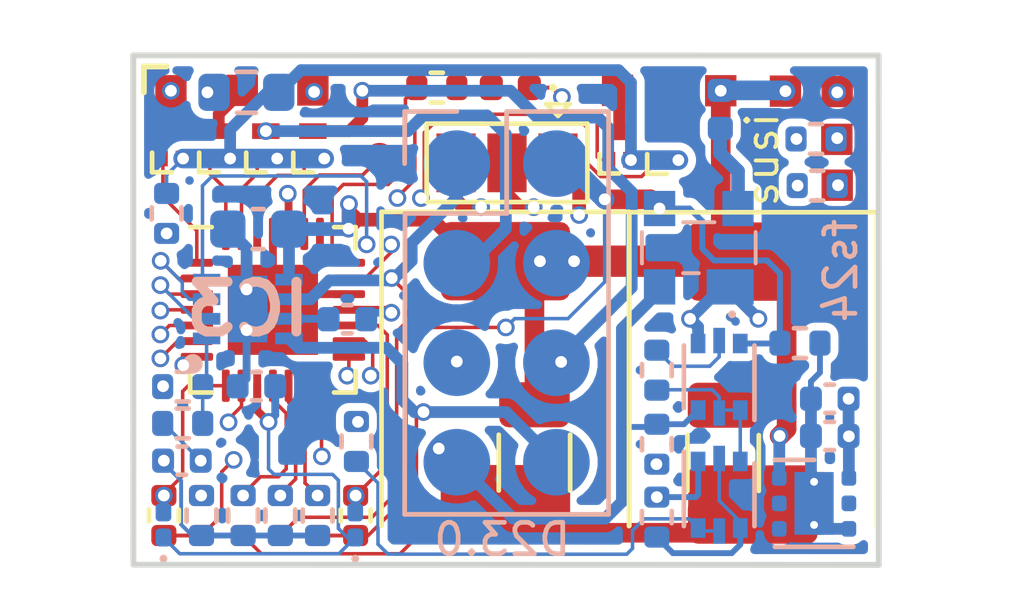
<source format=kicad_pcb>
(kicad_pcb (version 20171130) (host pcbnew "(5.1.12)-1")
  (title_block (title "RTB D23 NEM652 Decoder") (date 2025-03-17) (rev 0) (company "Frank Schumacher") (comment 1 "Lok Decoder NEM652") (comment 2 D23.0))
  (layers (0 F.Cu signal) (1 In1.Cu signal) (2 In2.Cu signal) (3 In3.Cu signal) (4 In4.Cu signal) (31 B.Cu signal) (34 B.Paste user) (35 F.Paste user) (36 B.SilkS user) (37 F.SilkS user) (38 B.Mask user) (39 F.Mask user) (44 Edge.Cuts user))
  (net 0 "")
  (net 1 GND)
  (net 2 +3V3)
  (net 3 DCC-b)
  (net 4 DCC-a)
  (net 5 RCM.tx)
  (net 6 UDCC-a)
  (net 7 UDCC-b)
  (net 8 ISENS)
  (net 9 PWM2)
  (net 10 PWM1)
  (net 11 M1)
  (net 12 M2)
  (net 13 uSENS2)
  (net 14 uSENS1)
  (net 15 "Net-(Q1-Pad5)")
  (net 16 VHBR)
  (net 17 "Net-(Q2-Pad5)")
  (net 18 UPDI)
  (net 19 Lr)
  (net 20 Lf)
  (net 21 F0r)
  (net 22 F0f)
  (net 23 Vref)
  (net 24 LED.hbt)
  (net 25 "Net-(IC3-Pad1)")
  (net 26 "Net-(Q1-Pad1)")
  (net 27 "Net-(Q2-Pad2)")
  (net 28 AUX1)
  (net 29 AUX2)
  (net 30 P2)
  (net 31 P1)
  (net 32 aSENSE)
  (net 33 "Net-(D1-Pad2)")
  (net 34 DCC-b')
  (net 35 DCC-a')
  (net 36 AUX4)
  (net 37 AUX3)
  (net 38 "Net-(J6-Pad1)")
  (net 39 "Net-(J7-Pad1)")
  (net 40 "Net-(Q3-Pad2)")
  (net 41 P4)
  (net 42 P3)
  (net 43 AUX6)
  (net 44 AUX5)
  (net 45 "Net-(D2-Pad4)")
  (net 46 "Net-(J1-Pad3)")
  (module Jumper:SolderJumper-3_P1.3mm_Open_Pad1.0x1.5mm (layer F.Cu) (at 62.03 -47.2 180)
    (fp_text reference JP1)
    (fp_text value GND/P1)
    (pad 1 smd rect (at -1.3 0 180) (size 1 1.5) (layers F.Cu F.Mask) (net 1 GND))
    (pad 2 smd rect (at 0 0 180) (size 1 1.5) (layers F.Cu F.Mask) (net 46 "Net-(J1-Pad3)"))
    (pad 3 smd rect (at 1.3 0 180) (size 1 1.5) (layers F.Cu F.Mask) (net 31 P1))
  )
  (module RTB:SON50P200X200X80-9N (layer B.Cu) (at 55.42 -43.47)
    (fp_text reference IC3 (at 0 0) (layer B.SilkS) (effects (font (size 1.27 1.27) (thickness 0.254)) (justify mirror)))
    (fp_text value DRV8231ADSGR)
    (pad 9 smd rect (at 0 0) (size 1 1.7) (layers B.Cu B.Paste B.Mask) (net 1 GND))
    (pad 8 smd rect (at 1.05 0.75 270) (size 0.3 0.7) (layers B.Cu B.Paste B.Mask) (net 12 M2))
    (pad 7 smd rect (at 1.05 0.25 270) (size 0.3 0.7) (layers B.Cu B.Paste B.Mask) (net 1 GND))
    (pad 6 smd rect (at 1.05 -0.25 270) (size 0.3 0.7) (layers B.Cu B.Paste B.Mask) (net 11 M1))
    (pad 5 smd rect (at 1.05 -0.75 270) (size 0.3 0.7) (layers B.Cu B.Paste B.Mask) (net 16 VHBR))
    (pad 4 smd rect (at -1.05 -0.75 270) (size 0.3 0.7) (layers B.Cu B.Paste B.Mask) (net 23 Vref))
    (pad 3 smd rect (at -1.05 -0.25 270) (size 0.3 0.7) (layers B.Cu B.Paste B.Mask) (net 10 PWM1))
    (pad 2 smd rect (at -1.05 0.25 270) (size 0.3 0.7) (layers B.Cu B.Paste B.Mask) (net 9 PWM2))
    (pad 1 smd rect (at -1.05 0.75 270) (size 0.3 0.7) (layers B.Cu B.Paste B.Mask) (net 25 "Net-(IC3-Pad1)"))
  )
  (module RTB:BF998215 (layer B.Cu) (at 66.92 -44.66 180)
    (fp_text reference D2)
    (fp_text value BAS3007ARPPE6327HTSA1)
    (pad 1 smd rect (at -0.8 -0.625 90) (size 0.9 1.2) (layers B.Cu B.Paste B.Mask) (net 1 GND))
    (pad 2 smd rect (at 1 -0.625 90) (size 0.9 0.8) (layers B.Cu B.Paste B.Mask) (net 4 DCC-a))
    (pad 3 smd rect (at 1 1.375 90) (size 0.9 0.8) (layers B.Cu B.Paste B.Mask) (net 3 DCC-b))
    (pad 4 smd rect (at -1 1.375 90) (size 0.9 0.8) (layers B.Cu B.Paste B.Mask) (net 45 "Net-(D2-Pad4)"))
  )
  (module Inductor_SMD:L_0402_1005Metric (layer B.Cu) (at 67.47 -48.5648 270)
    (fp_text reference L1)
    (fp_text value 1uH)
    (pad 2 smd roundrect (at 0.485 0 270) (size 0.59 0.64) (layers B.Cu B.Paste B.Mask) (net 45 "Net-(D2-Pad4)"))
    (pad 1 smd roundrect (at -0.485 0 270) (size 0.59 0.64) (layers B.Cu B.Paste B.Mask) (net 16 VHBR))
  )
  (module Capacitor_SMD:C_1206_3216Metric (layer F.Cu) (at 67.54 -39.54 270)
    (fp_text reference C9)
    (fp_text value 47u/35V)
    (pad 2 smd roundrect (at 1.475 0 270) (size 1.15 1.8) (layers F.Cu F.Paste F.Mask) (roundrect_rratio 0.2173904347826087) (net 1 GND))
    (pad 1 smd roundrect (at -1.475 0 270) (size 1.15 1.8) (layers F.Cu F.Paste F.Mask) (roundrect_rratio 0.2173904347826087) (net 16 VHBR))
  )
  (module Capacitor_SMD:C_1206_3216Metric (layer F.Cu) (at 62.73 -39.55 270)
    (fp_text reference C8)
    (fp_text value 47u/35V)
    (pad 2 smd roundrect (at 1.475 0 270) (size 1.15 1.8) (layers F.Cu F.Paste F.Mask) (roundrect_rratio 0.2173904347826087) (net 1 GND))
    (pad 1 smd roundrect (at -1.475 0 270) (size 1.15 1.8) (layers F.Cu F.Paste F.Mask) (roundrect_rratio 0.2173904347826087) (net 16 VHBR))
  )
  (module RTB:DummyNet-Connector (layer F.Cu) (at 67.48 -49.04)
    (fp_text reference J12)
    (fp_text value VHBR)
    (pad 1 smd rect (at 0 0) (size 0.8 0.8) (layers F.Cu F.Paste F.Mask) (net 16 VHBR))
  )
  (module RTB:NEM-652 (layer B.Cu) (at 63.29 -47.18 180)
    (fp_text reference J1)
    (fp_text value Conn_02x0_Counter_Clockwise)
    (pad 4 smd oval (at 2.54 -7.62 180) (size 1.7 1.7) (layers B.Cu B.Paste B.Mask) (net 4 DCC-a))
    (pad 5 smd oval (at 0 -7.62 180) (size 1.7 1.7) (layers B.Cu B.Paste B.Mask) (net 12 M2))
    (pad 3 smd oval (at 2.54 -5.08 180) (size 1.7 1.7) (layers B.Cu B.Paste B.Mask) (net 46 "Net-(J1-Pad3)"))
    (pad 6 smd oval (at 0 -5.08 180) (size 1.7 1.7) (layers B.Cu B.Paste B.Mask) (net 20 Lf))
    (pad 2 smd oval (at 2.54 -2.54 180) (size 1.7 1.7) (layers B.Cu B.Paste B.Mask) (net 19 Lr))
    (pad 7 smd oval (at 0 -2.54 180) (size 1.7 1.7) (layers B.Cu B.Paste B.Mask) (net 16 VHBR))
    (pad 1 smd circle (at 2.54 0 180) (size 1.7 1.7) (layers B.Cu B.Paste B.Mask) (net 11 M1))
    (pad 8 smd circle (at 0 0 180) (size 1.7 1.7) (layers B.Cu B.Paste B.Mask) (net 3 DCC-b))
  )
  (module RTB:DummyNet-Connector (layer F.Cu) (at 70.45 -49.02)
    (fp_text reference J11)
    (fp_text value Conn_01x01 hide)
    (pad 1 smd rect (at 0 0) (size 0.8 0.8) (layers F.Cu F.Paste F.Mask) (net 1 GND))
  )
  (module RTB:DummyNet-Connector (layer F.Cu) (at 64.85 -49.05)
    (fp_text reference J10)
    (fp_text value AUX4.od)
    (pad 1 smd rect (at 0 0) (size 0.8 0.8) (layers F.Cu F.Paste F.Mask) (net 41 P4))
  )
  (module RTB:DummyNet-Connector (layer F.Cu) (at 66.17 -49.04)
    (fp_text reference J9)
    (fp_text value AUX3.od)
    (pad 1 smd rect (at 0 0) (size 0.8 0.8) (layers F.Cu F.Paste F.Mask) (net 42 P3))
  )
  (module Package_DFN_QFN:Diodes_DFN1006-3 (layer F.Cu) (at 66.105 -47.62 90)
    (fp_text reference Q8)
    (fp_text value PMZB200UNEYL)
    (pad 1 smd rect (at -0.35 -0.225) (size 0.25 0.4) (layers F.Cu F.Paste F.Mask) (net 37 AUX3))
    (pad 2 smd rect (at -0.35 0.225) (size 0.25 0.4) (layers F.Cu F.Paste F.Mask) (net 40 "Net-(Q3-Pad2)"))
    (pad 3 smd rect (at 0.35 0) (size 0.7 0.4) (layers F.Cu F.Paste F.Mask) (net 42 P3))
  )
  (module Package_DFN_QFN:Diodes_DFN1006-3 (layer F.Cu) (at 64.89 -47.63 90)
    (fp_text reference Q7)
    (fp_text value PMZB200UNEYL)
    (pad 1 smd rect (at -0.35 -0.225) (size 0.25 0.4) (layers F.Cu F.Paste F.Mask) (net 36 AUX4))
    (pad 2 smd rect (at -0.35 0.225) (size 0.25 0.4) (layers F.Cu F.Paste F.Mask) (net 40 "Net-(Q3-Pad2)"))
    (pad 3 smd rect (at 0.35 0) (size 0.7 0.4) (layers F.Cu F.Paste F.Mask) (net 41 P4))
  )
  (module Resistor_SMD:R_0603_1608Metric (layer B.Cu) (at 55.385 -49)
    (fp_text reference R19)
    (fp_text value 1)
    (pad 2 smd roundrect (at 0.825 0) (size 0.8 0.95) (layers B.Cu B.Paste B.Mask) (net 40 "Net-(Q3-Pad2)"))
    (pad 1 smd roundrect (at -0.825 0) (size 0.8 0.95) (layers B.Cu B.Paste B.Mask) (net 1 GND))
  )
  (module Resistor_SMD:R_0402_1005Metric (layer B.Cu) (at 53.35 -45.91 270)
    (fp_text reference R22)
    (fp_text value 220k)
    (pad 2 smd roundrect (at 0.51 0 270) (size 0.54 0.64) (layers B.Cu B.Paste B.Mask) (net 32 aSENSE))
    (pad 1 smd roundrect (at -0.51 0 270) (size 0.54 0.64) (layers B.Cu B.Paste B.Mask) (net 40 "Net-(Q3-Pad2)"))
  )
  (module Capacitor_SMD:C_0402_1005Metric (layer B.Cu) (at 57.96 -43.21 180)
    (fp_text reference C7)
    (fp_text value 100n)
    (pad 2 smd roundrect (at 0.48 0 180) (size 0.56 0.62) (layers B.Cu B.Paste B.Mask) (net 1 GND))
    (pad 1 smd roundrect (at -0.48 0 180) (size 0.56 0.62) (layers B.Cu B.Paste B.Mask) (net 2 +3V3))
  )
  (module Capacitor_SMD:C_0402_1005Metric (layer B.Cu) (at 55.64 -41.5 180)
    (fp_text reference C4)
    (fp_text value 100n)
    (pad 2 smd roundrect (at 0.48 0 180) (size 0.56 0.62) (layers B.Cu B.Paste B.Mask) (net 1 GND))
    (pad 1 smd roundrect (at -0.48 0 180) (size 0.56 0.62) (layers B.Cu B.Paste B.Mask) (net 2 +3V3))
  )
  (module Capacitor_Tantalum_SMD:CP_EIA-7361-438_AVX-U (layer F.Cu) (at 68.3 -41.58 270)
    (fp_text reference C2)
    (fp_text value 330u/20V)
    (pad 2 smd roundrect (at 3.1 0 270) (size 2 3.3) (layers F.Cu F.Paste F.Mask) (roundrect_rratio 0.125) (net 1 GND))
    (pad 1 smd roundrect (at -3.1 0 270) (size 2 3.3) (layers F.Cu F.Paste F.Mask) (roundrect_rratio 0.125) (net 16 VHBR))
  )
  (module Capacitor_SMD:C_0402_1005Metric (layer B.Cu) (at 70.26 -41.18 180)
    (fp_text reference C3)
    (fp_text value 22u/6V)
    (pad 2 smd roundrect (at 0.48 0 180) (size 0.56 0.62) (layers B.Cu B.Paste B.Mask) (net 1 GND))
    (pad 1 smd roundrect (at -0.48 0 180) (size 0.56 0.62) (layers B.Cu B.Paste B.Mask) (net 2 +3V3))
  )
  (module Capacitor_Tantalum_SMD:CP_EIA-7361-438_AVX-U (layer F.Cu) (at 61.99 -41.59 270)
    (fp_text reference C1)
    (fp_text value 330u/20V)
    (pad 2 smd roundrect (at 3.1 0 270) (size 2 3.3) (layers F.Cu F.Paste F.Mask) (roundrect_rratio 0.125) (net 1 GND))
    (pad 1 smd roundrect (at -3.1 0 270) (size 2 3.3) (layers F.Cu F.Paste F.Mask) (roundrect_rratio 0.125) (net 16 VHBR))
  )
  (module RTB:DummyNet-Connector (layer F.Cu) (at 58.78 -47.31)
    (fp_text reference J2 hide)
    (fp_text value Conn_01x01 hide)
    (pad 1 smd oval (at 0 0) (size 0.8 0.8) (layers F.Cu F.Paste F.Mask) (net 18 UPDI))
  )
  (module RTB:DummyNet-Connector (layer F.Cu) (at 57.08 -49.06)
    (fp_text reference J8)
    (fp_text value VHBR hide)
    (pad 1 smd rect (at 0 0) (size 0.8 0.8) (layers F.Cu F.Paste F.Mask) (net 16 VHBR))
  )
  (module Resistor_SMD:R_0402_1005Metric (layer B.Cu) (at 69.91 -47.81)
    (fp_text reference R21)
    (fp_text value 470)
    (pad 2 smd roundrect (at 0.51 0) (size 0.54 0.64) (layers B.Cu B.Paste B.Mask) (net 39 "Net-(J7-Pad1)"))
    (pad 1 smd roundrect (at -0.51 0) (size 0.54 0.64) (layers B.Cu B.Paste B.Mask) (net 43 AUX6))
  )
  (module Resistor_SMD:R_0402_1005Metric (layer B.Cu) (at 69.94 -46.62)
    (fp_text reference R20)
    (fp_text value 470)
    (pad 2 smd roundrect (at 0.51 0) (size 0.54 0.64) (layers B.Cu B.Paste B.Mask) (net 38 "Net-(J6-Pad1)"))
    (pad 1 smd roundrect (at -0.51 0) (size 0.54 0.64) (layers B.Cu B.Paste B.Mask) (net 44 AUX5))
  )
  (module RTB:DummyNet-Connector (layer F.Cu) (at 70.44 -47.8 270)
    (fp_text reference J7)
    (fp_text value Conn_01x01)
    (pad 1 smd rect (at 0 0 270) (size 0.8 0.8) (layers F.Cu F.Paste F.Mask) (net 39 "Net-(J7-Pad1)"))
  )
  (module RTB:DummyNet-Connector (layer F.Cu) (at 70.45 -46.63 270)
    (fp_text reference J6)
    (fp_text value Conn_01x01)
    (pad 1 smd rect (at 0 0 270) (size 0.8 0.8) (layers F.Cu F.Paste F.Mask) (net 38 "Net-(J6-Pad1)"))
  )
  (module RTB:DummyNet-Connector (layer F.Cu) (at 69.13 -49.03)
    (fp_text reference J5)
    (fp_text value Conn_01x01 hide)
    (pad 1 smd rect (at 0 0) (size 0.8 0.8) (layers F.Cu F.Paste F.Mask) (net 16 VHBR))
  )
  (module Capacitor_SMD:C_0402_1005Metric (layer B.Cu) (at 70.26 -40.23 180)
    (fp_text reference C5)
    (fp_text value 22u/6V)
    (pad 2 smd roundrect (at 0.48 0 180) (size 0.56 0.62) (layers B.Cu B.Paste B.Mask) (net 1 GND))
    (pad 1 smd roundrect (at -0.48 0 180) (size 0.56 0.62) (layers B.Cu B.Paste B.Mask) (net 2 +3V3))
  )
  (module Diode_SMD:D_0201_0603Metric (layer B.Cu) (at 53.27 -37.96 90)
    (fp_text reference D4)
    (fp_text value D_Schottky)
    (pad 2 smd roundrect (at 0.32 0 90) (size 0.46 0.4) (layers B.Cu B.Mask) (net 35 DCC-a'))
    (pad 1 smd roundrect (at -0.32 0 90) (size 0.46 0.4) (layers B.Cu B.Mask) (net 2 +3V3))
  )
  (module Diode_SMD:D_0201_0603Metric (layer B.Cu) (at 58.16 -37.96 90)
    (fp_text reference D3)
    (fp_text value D_Schottky)
    (pad 2 smd roundrect (at 0.32 0 90) (size 0.46 0.4) (layers B.Cu B.Mask) (net 34 DCC-b'))
    (pad 1 smd roundrect (at -0.32 0 90) (size 0.46 0.4) (layers B.Cu B.Mask) (net 2 +3V3))
  )
  (module Package_TO_SOT_SMD:SOT-666 (layer B.Cu) (at 67.44 -38.73 270)
    (fp_text reference Q2)
    (fp_text value BC857BDW1)
    (pad 1 smd rect (at -0.85 0.5375 270) (size 0.5 0.375) (layers B.Cu B.Paste B.Mask) (net 2 +3V3))
    (pad 3 smd rect (at -0.85 -0.5375 270) (size 0.5 0.375) (layers B.Cu B.Paste B.Mask) (net 26 "Net-(Q1-Pad1)"))
    (pad 5 smd rect (at 0.925 0 270) (size 0.65 0.3) (layers B.Cu B.Paste B.Mask) (net 17 "Net-(Q2-Pad5)"))
    (pad 2 smd rect (at -0.925 0 270) (size 0.65 0.3) (layers B.Cu B.Paste B.Mask) (net 27 "Net-(Q2-Pad2)"))
    (pad 4 smd rect (at 0.85 -0.5375 270) (size 0.5 0.375) (layers B.Cu B.Paste B.Mask) (net 27 "Net-(Q2-Pad2)"))
    (pad 6 smd rect (at 0.85 0.5375 270) (size 0.5 0.375) (layers B.Cu B.Paste B.Mask) (net 17 "Net-(Q2-Pad5)"))
  )
  (module Resistor_SMD:R_0402_1005Metric (layer B.Cu) (at 54.24 -38.2 270)
    (fp_text reference R9 hide)
    (fp_text value 9.1k)
    (pad 2 smd roundrect (at 0.51 0 270) (size 0.54 0.64) (layers B.Cu B.Paste B.Mask) (net 1 GND))
    (pad 1 smd roundrect (at -0.51 0 270) (size 0.54 0.64) (layers B.Cu B.Paste B.Mask) (net 6 UDCC-a))
  )
  (module Resistor_SMD:R_0402_1005Metric (layer B.Cu) (at 55.3 -38.2 90)
    (fp_text reference R16 hide)
    (fp_text value 10k)
    (pad 2 smd roundrect (at 0.51 0 90) (size 0.54 0.64) (layers B.Cu B.Paste B.Mask) (net 13 uSENS2))
    (pad 1 smd roundrect (at -0.51 0 90) (size 0.54 0.64) (layers B.Cu B.Paste B.Mask) (net 1 GND))
  )
  (module Resistor_SMD:R_0402_1005Metric (layer B.Cu) (at 56.25 -38.2 90)
    (fp_text reference R18 hide)
    (fp_text value 10k)
    (pad 2 smd roundrect (at 0.51 0 90) (size 0.54 0.64) (layers B.Cu B.Paste B.Mask) (net 14 uSENS1))
    (pad 1 smd roundrect (at -0.51 0 90) (size 0.54 0.64) (layers B.Cu B.Paste B.Mask) (net 1 GND))
  )
  (module Resistor_SMD:R_0402_1005Metric (layer B.Cu) (at 69.5 -42.6 180)
    (fp_text reference R12)
    (fp_text value 10k)
    (pad 2 smd roundrect (at 0.51 0 180) (size 0.54 0.64) (layers B.Cu B.Paste B.Mask) (net 3 DCC-b))
    (pad 1 smd roundrect (at -0.51 0 180) (size 0.54 0.64) (layers B.Cu B.Paste B.Mask) (net 1 GND))
  )
  (module Resistor_SMD:R_0402_1005Metric (layer B.Cu) (at 65.85 -40.02 90)
    (fp_text reference R11 hide)
    (fp_text value 10k)
    (pad 2 smd roundrect (at 0.51 0 90) (size 0.54 0.64) (layers B.Cu B.Paste B.Mask) (net 4 DCC-a))
    (pad 1 smd roundrect (at -0.51 0 90) (size 0.54 0.64) (layers B.Cu B.Paste B.Mask) (net 1 GND))
  )
  (module Package_TO_SOT_SMD:SOT-666 (layer B.Cu) (at 67.44 -41.74 90)
    (fp_text reference Q1)
    (fp_text value BC847BDW1)
    (pad 1 smd rect (at -0.85 0.5375 90) (size 0.5 0.375) (layers B.Cu B.Paste B.Mask) (net 26 "Net-(Q1-Pad1)"))
    (pad 3 smd rect (at -0.85 -0.5375 90) (size 0.5 0.375) (layers B.Cu B.Paste B.Mask) (net 4 DCC-a))
    (pad 5 smd rect (at 0.925 0 90) (size 0.65 0.3) (layers B.Cu B.Paste B.Mask) (net 15 "Net-(Q1-Pad5)"))
    (pad 2 smd rect (at -0.925 0 90) (size 0.65 0.3) (layers B.Cu B.Paste B.Mask) (net 26 "Net-(Q1-Pad1)"))
    (pad 4 smd rect (at 0.85 -0.5375 90) (size 0.5 0.375) (layers B.Cu B.Paste B.Mask) (net 1 GND))
    (pad 6 smd rect (at 0.85 0.5375 90) (size 0.5 0.375) (layers B.Cu B.Paste B.Mask) (net 3 DCC-b))
  )
  (module Resistor_SMD:R_0402_1005Metric (layer F.Cu) (at 57.2 -38.2 90)
    (fp_text reference R8 hide)
    (fp_text value 220k)
    (pad 2 smd roundrect (at 0.51 0 90) (size 0.54 0.64) (layers F.Cu F.Paste F.Mask) (net 7 UDCC-b))
    (pad 1 smd roundrect (at -0.51 0 90) (size 0.54 0.64) (layers F.Cu F.Paste F.Mask) (net 3 DCC-b))
  )
  (module Capacitor_SMD:C_0603_1608Metric (layer B.Cu) (at 55.685 -45.51 180)
    (fp_text reference C10)
    (fp_text value 100n)
    (pad 2 smd roundrect (at 0.775 0 180) (size 0.9 0.95) (layers B.Cu B.Paste B.Mask) (net 1 GND))
    (pad 1 smd roundrect (at -0.775 0 180) (size 0.9 0.95) (layers B.Cu B.Paste B.Mask) (net 16 VHBR))
  )
  (module RTB:DummyNet-Connector (layer F.Cu) (at 53.46 -49.04)
    (fp_text reference J3)
    (fp_text value AUX1.od hide)
    (pad 1 smd rect (at 0 0) (size 0.8 0.8) (layers F.Cu F.Paste F.Mask) (net 31 P1))
  )
  (module RTB:DummyNet-Connector (layer F.Cu) (at 55.28 -49.05)
    (fp_text reference J4 hide)
    (fp_text value AUX2.od hide)
    (pad 1 smd rect (at 0 0) (size 0.8 0.8) (layers F.Cu F.Paste F.Mask) (net 30 P2))
  )
  (module Package_DFN_QFN:QFN-28-1EP_4x4mm_P0.4mm_EP2.3x2.3mm (layer F.Cu) (at 56.06 -43.45)
    (fp_text reference IC1 hide)
    (fp_text value AVR64DD28-I_STX)
    (pad 29 smd rect (at 0 0) (size 2.3 2.3) (layers F.Cu F.Mask) (net 1 GND))
    (pad 28 smd roundrect (at -1.2 -1.9375) (size 0.2 0.825) (layers F.Cu F.Paste F.Mask) (net 29 AUX2))
    (pad 27 smd roundrect (at -0.8 -1.9375) (size 0.2 0.825) (layers F.Cu F.Paste F.Mask) (net 21 F0r))
    (pad 26 smd roundrect (at -0.4 -1.9375) (size 0.2 0.825) (layers F.Cu F.Paste F.Mask) (net 22 F0f))
    (pad 25 smd roundrect (at 0 -1.9375) (size 0.2 0.825) (layers F.Cu F.Paste F.Mask) (net 1 GND))
    (pad 24 smd roundrect (at 0.4 -1.9375) (size 0.2 0.825) (layers F.Cu F.Paste F.Mask) (net 2 +3V3))
    (pad 23 smd roundrect (at 0.8 -1.9375) (size 0.2 0.825) (layers F.Cu F.Paste F.Mask) (net 18 UPDI))
    (pad 22 smd roundrect (at 1.2 -1.9375) (size 0.2 0.825) (layers F.Cu F.Paste F.Mask))
    (pad 21 smd roundrect (at 1.9375 -1.2) (size 0.825 0.2) (layers F.Cu F.Paste F.Mask) (net 24 LED.hbt))
    (pad 20 smd roundrect (at 1.9375 -0.8) (size 0.825 0.2) (layers F.Cu F.Paste F.Mask) (net 43 AUX6))
    (pad 19 smd roundrect (at 1.9375 -0.4) (size 0.825 0.2) (layers F.Cu F.Paste F.Mask) (net 1 GND))
    (pad 18 smd roundrect (at 1.9375 0) (size 0.825 0.2) (layers F.Cu F.Paste F.Mask) (net 2 +3V3))
    (pad 17 smd roundrect (at 1.9375 0.4) (size 0.825 0.2) (layers F.Cu F.Paste F.Mask) (net 34 DCC-b'))
    (pad 16 smd roundrect (at 1.9375 0.8) (size 0.825 0.2) (layers F.Cu F.Paste F.Mask) (net 23 Vref))
    (pad 15 smd roundrect (at 1.9375 1.2) (size 0.825 0.2) (layers F.Cu F.Paste F.Mask) (net 8 ISENS))
    (pad 14 smd roundrect (at 1.2 1.9375) (size 0.2 0.825) (layers F.Cu F.Paste F.Mask) (net 6 UDCC-a))
    (pad 13 smd roundrect (at 0.8 1.9375) (size 0.2 0.825) (layers F.Cu F.Paste F.Mask) (net 7 UDCC-b))
    (pad 12 smd roundrect (at 0.4 1.9375) (size 0.2 0.825) (layers F.Cu F.Paste F.Mask) (net 14 uSENS1))
    (pad 11 smd roundrect (at 0 1.9375) (size 0.2 0.825) (layers F.Cu F.Paste F.Mask) (net 13 uSENS2))
    (pad 10 smd roundrect (at -0.4 1.9375) (size 0.2 0.825) (layers F.Cu F.Paste F.Mask) (net 2 +3V3))
    (pad 9 smd roundrect (at -0.8 1.9375) (size 0.2 0.825) (layers F.Cu F.Paste F.Mask) (net 32 aSENSE))
    (pad 8 smd roundrect (at -1.2 1.9375) (size 0.2 0.825) (layers F.Cu F.Paste F.Mask) (net 35 DCC-a'))
    (pad 7 smd roundrect (at -1.9375 1.2) (size 0.825 0.2) (layers F.Cu F.Paste F.Mask) (net 5 RCM.tx))
    (pad 6 smd roundrect (at -1.9375 0.8) (size 0.825 0.2) (layers F.Cu F.Paste F.Mask) (net 37 AUX3))
    (pad 5 smd roundrect (at -1.9375 0.4) (size 0.825 0.2) (layers F.Cu F.Paste F.Mask) (net 36 AUX4))
    (pad 4 smd roundrect (at -1.9375 0) (size 0.825 0.2) (layers F.Cu F.Paste F.Mask) (net 44 AUX5))
    (pad 3 smd roundrect (at -1.9375 -0.4) (size 0.825 0.2) (layers F.Cu F.Paste F.Mask) (net 9 PWM2))
    (pad 2 smd roundrect (at -1.9375 -0.8) (size 0.825 0.2) (layers F.Cu F.Paste F.Mask) (net 10 PWM1))
    (pad 1 smd roundrect (at -1.9375 -1.2) (size 0.825 0.2) (layers F.Cu F.Paste F.Mask) (net 28 AUX1))
  )
  (module Resistor_SMD:R_0402_1005Metric (layer F.Cu) (at 60.24 -49.12)
    (fp_text reference R3 hide)
    (fp_text value 3.3k)
    (pad 2 smd roundrect (at 0.51 0) (size 0.54 0.64) (layers F.Cu F.Paste F.Mask) (net 33 "Net-(D1-Pad2)"))
    (pad 1 smd roundrect (at -0.51 0) (size 0.54 0.64) (layers F.Cu F.Paste F.Mask) (net 24 LED.hbt))
  )
  (module Package_DFN_QFN:Diodes_DFN1006-3 (layer F.Cu) (at 53.48 -47.66 90)
    (fp_text reference Q6 hide)
    (fp_text value PMZB200UNEYL)
    (pad 1 smd rect (at -0.35 -0.225) (size 0.25 0.4) (layers F.Cu F.Paste F.Mask) (net 28 AUX1))
    (pad 2 smd rect (at -0.35 0.225) (size 0.25 0.4) (layers F.Cu F.Paste F.Mask) (net 40 "Net-(Q3-Pad2)"))
    (pad 3 smd rect (at 0.35 0) (size 0.7 0.4) (layers F.Cu F.Paste F.Mask) (net 31 P1))
  )
  (module Package_DFN_QFN:Diodes_DFN1006-3 (layer F.Cu) (at 54.68 -47.66 90)
    (fp_text reference Q4 hide)
    (fp_text value PMZB200UNEYL)
    (pad 1 smd rect (at -0.35 -0.225) (size 0.25 0.4) (layers F.Cu F.Paste F.Mask) (net 29 AUX2))
    (pad 2 smd rect (at -0.35 0.225) (size 0.25 0.4) (layers F.Cu F.Paste F.Mask) (net 40 "Net-(Q3-Pad2)"))
    (pad 3 smd rect (at 0.35 0) (size 0.7 0.4) (layers F.Cu F.Paste F.Mask) (net 30 P2))
  )
  (module LED_SMD:LED_0402_1005Metric (layer F.Cu) (at 62.115 -49.12 180)
    (fp_text reference D1 hide)
    (fp_text value LED)
    (pad 2 smd roundrect (at 0.485 0 180) (size 0.59 0.64) (layers F.Cu F.Paste F.Mask) (net 33 "Net-(D1-Pad2)"))
    (pad 1 smd roundrect (at -0.485 0 180) (size 0.59 0.64) (layers F.Cu F.Paste F.Mask) (net 1 GND))
  )
  (module Package_DFN_QFN:Diodes_DFN1006-3 (layer F.Cu) (at 57.08 -47.66 90)
    (fp_text reference Q3 hide)
    (fp_text value PMZB200UNEYL)
    (pad 1 smd rect (at -0.35 -0.225) (size 0.25 0.4) (layers F.Cu F.Paste F.Mask) (net 22 F0f))
    (pad 2 smd rect (at -0.35 0.225) (size 0.25 0.4) (layers F.Cu F.Paste F.Mask) (net 40 "Net-(Q3-Pad2)"))
    (pad 3 smd rect (at 0.35 0) (size 0.7 0.4) (layers F.Cu F.Paste F.Mask) (net 20 Lf))
  )
  (module Package_DFN_QFN:Diodes_DFN1006-3 (layer F.Cu) (at 55.88 -47.66 90)
    (fp_text reference Q5 hide)
    (fp_text value PMZB200UNEYL)
    (pad 1 smd rect (at -0.35 -0.225) (size 0.25 0.4) (layers F.Cu F.Paste F.Mask) (net 21 F0r))
    (pad 2 smd rect (at -0.35 0.225) (size 0.25 0.4) (layers F.Cu F.Paste F.Mask) (net 40 "Net-(Q3-Pad2)"))
    (pad 3 smd rect (at 0.35 0) (size 0.7 0.4) (layers F.Cu F.Paste F.Mask) (net 19 Lr))
  )
  (module Resistor_SMD:R_0402_1005Metric (layer B.Cu) (at 65.85 -38.16 270)
    (fp_text reference R4)
    (fp_text value 22)
    (pad 2 smd roundrect (at 0.51 0 270) (size 0.54 0.64) (layers B.Cu B.Paste B.Mask) (net 27 "Net-(Q2-Pad2)"))
    (pad 1 smd roundrect (at -0.51 0 270) (size 0.54 0.64) (layers B.Cu B.Paste B.Mask) (net 2 +3V3))
  )
  (module Resistor_SMD:R_0402_1005Metric (layer B.Cu) (at 65.85 -41.91 270)
    (fp_text reference R5)
    (fp_text value 10k)
    (pad 2 smd roundrect (at 0.51 0 270) (size 0.54 0.64) (layers B.Cu B.Paste B.Mask) (net 26 "Net-(Q1-Pad1)"))
    (pad 1 smd roundrect (at -0.51 0 270) (size 0.54 0.64) (layers B.Cu B.Paste B.Mask) (net 15 "Net-(Q1-Pad5)"))
  )
  (module Capacitor_SMD:C_0402_1005Metric (layer B.Cu) (at 53.74 -39.6 180)
    (fp_text reference C6 hide)
    (fp_text value 1u hide)
    (pad 2 smd roundrect (at 0.48 0 180) (size 0.56 0.62) (layers B.Cu B.Paste B.Mask) (net 1 GND))
    (pad 1 smd roundrect (at -0.48 0 180) (size 0.56 0.62) (layers B.Cu B.Paste B.Mask) (net 8 ISENS))
  )
  (module Resistor_SMD:R_0402_1005Metric (layer B.Cu) (at 57.2 -38.2 270)
    (fp_text reference R10 hide)
    (fp_text value 9.1k)
    (pad 2 smd roundrect (at 0.51 0 270) (size 0.54 0.64) (layers B.Cu B.Paste B.Mask) (net 1 GND))
    (pad 1 smd roundrect (at -0.51 0 270) (size 0.54 0.64) (layers B.Cu B.Paste B.Mask) (net 7 UDCC-b))
  )
  (module Resistor_SMD:R_0402_1005Metric (layer F.Cu) (at 53.28 -38.2 90)
    (fp_text reference R1 hide)
    (fp_text value 33k)
    (pad 2 smd roundrect (at 0.51 0 90) (size 0.54 0.64) (layers F.Cu F.Paste F.Mask) (net 35 DCC-a'))
    (pad 1 smd roundrect (at -0.51 0 90) (size 0.54 0.64) (layers F.Cu F.Paste F.Mask) (net 4 DCC-a))
  )
  (module Resistor_SMD:R_0402_1005Metric (layer F.Cu) (at 58.17 -38.2 90)
    (fp_text reference R2 hide)
    (fp_text value 33k)
    (pad 2 smd roundrect (at 0.51 0 90) (size 0.54 0.64) (layers F.Cu F.Paste F.Mask) (net 34 DCC-b'))
    (pad 1 smd roundrect (at -0.51 0 90) (size 0.54 0.64) (layers F.Cu F.Paste F.Mask) (net 3 DCC-b))
  )
  (module Resistor_SMD:R_0402_1005Metric (layer F.Cu) (at 56.25 -38.2 270)
    (fp_text reference R17 hide)
    (fp_text value 33k)
    (pad 2 smd roundrect (at 0.51 0 270) (size 0.54 0.64) (layers F.Cu F.Paste F.Mask) (net 11 M1))
    (pad 1 smd roundrect (at -0.51 0 270) (size 0.54 0.64) (layers F.Cu F.Paste F.Mask) (net 14 uSENS1))
  )
  (module Resistor_SMD:R_0402_1005Metric (layer F.Cu) (at 55.3 -38.2 270)
    (fp_text reference R15 hide)
    (fp_text value 33k)
    (pad 2 smd roundrect (at 0.51 0 270) (size 0.54 0.64) (layers F.Cu F.Paste F.Mask) (net 12 M2))
    (pad 1 smd roundrect (at -0.51 0 270) (size 0.54 0.64) (layers F.Cu F.Paste F.Mask) (net 13 uSENS2))
  )
  (module Resistor_SMD:R_0402_1005Metric (layer F.Cu) (at 54.24 -38.2 90)
    (fp_text reference R7 hide)
    (fp_text value 220k)
    (pad 2 smd roundrect (at 0.51 0 90) (size 0.54 0.64) (layers F.Cu F.Paste F.Mask) (net 6 UDCC-a))
    (pad 1 smd roundrect (at -0.51 0 90) (size 0.54 0.64) (layers F.Cu F.Paste F.Mask) (net 4 DCC-a))
  )
  (module Resistor_SMD:R_0402_1005Metric (layer B.Cu) (at 58.19 -40.09 270)
    (fp_text reference R6 hide)
    (fp_text value 10k)
    (pad 2 smd roundrect (at 0.51 0 270) (size 0.54 0.64) (layers B.Cu B.Paste B.Mask) (net 17 "Net-(Q2-Pad5)"))
    (pad 1 smd roundrect (at -0.51 0 270) (size 0.54 0.64) (layers B.Cu B.Paste B.Mask) (net 5 RCM.tx))
  )
  (module Resistor_SMD:R_0402_1005Metric (layer B.Cu) (at 53.76 -40.55 180)
    (fp_text reference R14 hide)
    (fp_text value 220k)
    (pad 2 smd roundrect (at 0.51 0 180) (size 0.54 0.64) (layers B.Cu B.Paste B.Mask) (net 8 ISENS))
    (pad 1 smd roundrect (at -0.51 0 180) (size 0.54 0.64) (layers B.Cu B.Paste B.Mask) (net 25 "Net-(IC3-Pad1)"))
  )
  (module Resistor_SMD:R_0402_1005Metric (layer B.Cu) (at 53.76 -41.49)
    (fp_text reference R13 hide)
    (fp_text value 3.3k)
    (pad 2 smd roundrect (at 0.51 0) (size 0.54 0.64) (layers B.Cu B.Paste B.Mask) (net 25 "Net-(IC3-Pad1)"))
    (pad 1 smd roundrect (at -0.51 0) (size 0.54 0.64) (layers B.Cu B.Paste B.Mask) (net 1 GND))
  )
  (module Package_SON:WSON-6-1EP_2x2mm_P0.65mm_EP1x1.6mm_ThermalVias (layer B.Cu) (at 69.86 -38.51 180)
    (fp_text reference IC2 hide)
    (fp_text value NCP730BM)
    (pad 1 smd roundrect (at -0.8875 0.65 180) (size 0.375 0.4) (layers B.Cu B.Paste B.Mask) (net 2 +3V3))
    (pad 2 smd roundrect (at -0.8875 0 180) (size 0.375 0.4) (layers B.Cu B.Paste B.Mask))
    (pad 3 smd roundrect (at -0.8875 -0.65 180) (size 0.375 0.4) (layers B.Cu B.Paste B.Mask) (net 1 GND))
    (pad 4 smd roundrect (at 0.8875 -0.65 180) (size 0.375 0.4) (layers B.Cu B.Paste B.Mask))
    (pad 5 smd roundrect (at 0.8875 0 180) (size 0.375 0.4) (layers B.Cu B.Paste B.Mask))
    (pad 6 smd roundrect (at 0.8875 0.65 180) (size 0.375 0.4) (layers B.Cu B.Paste B.Mask) (net 16 VHBR))
    (pad 7 smd rect (at 0 0 180) (size 1 1.6) (layers B.Cu B.Mask) (net 1 GND))
    (pad 7 thru_hole circle (at 0 0.55 180) (size 0.5 0.5) (drill 0.2) (layers *.Cu) (net 1 GND))
    (pad 7 thru_hole circle (at 0 -0.55 180) (size 0.5 0.5) (drill 0.2) (layers *.Cu) (net 1 GND))
    (pad 7 smd rect (at 0 0 180) (size 0.5 1.6) (layers F.Cu) (net 1 GND))
  )
  (gr_line (start 52.77 -49.66) (end 53.34 -49.66) (layer F.SilkS) (width 0.15))
  (gr_line (start 52.77 -49) (end 52.77 -49.66) (layer F.SilkS) (width 0.15))
  (gr_text D23.0 (at 63.72 -37.59) (layer B.SilkS) (effects (font (size 0.8 0.8) (thickness 0.12)) (justify left mirror)))
  (gr_text susi (at 68.54 -47.28 90) (layer F.SilkS) (effects (font (size 0.8 0.8) (thickness 0.1))))
  (gr_text fs24 (at 70.54 -45.84 90) (layer B.SilkS) (effects (font (size 0.8 0.8) (thickness 0.12)) (justify left mirror)))
  (gr_line (start 52.503 -36.94734) (end 52.50028 -49.9418) (layer Edge.Cuts) (width 0.15))
  (gr_line (start 71.50464 -49.94) (end 71.51 -36.94) (layer Edge.Cuts) (width 0.15))
  (gr_line (start 52.50028 -49.9418) (end 71.50464 -49.94) (layer Edge.Cuts) (width 0.15))
  (gr_line (start 71.51 -36.94) (end 52.503 -36.94734) (layer Edge.Cuts) (width 0.15))
  (via (at 65.84 -39.51) (size 0.45) (drill 0.3) (layers F.Cu B.Cu) (net 1))
  (via (at 63.43 -48.88) (size 0.45) (drill 0.3) (layers F.Cu B.Cu) (net 1))
  (via (at 70.45 -49) (size 0.45) (drill 0.3) (layers F.Cu B.Cu) (net 1))
  (via (at 54.39 -49) (size 0.45) (drill 0.3) (layers F.Cu B.Cu) (net 1))
  (via (at 53.28 -39.6) (size 0.45) (drill 0.3) (layers F.Cu B.Cu) (net 1))
  (via (at 53.26 -41.5) (size 0.45) (drill 0.3) (layers F.Cu B.Cu) (net 1))
  (segment (start 56.46 -43.85) (end 56.06 -43.45) (width 0.2) (layer F.Cu) (net 1))
  (segment (start 57.9975 -43.85) (end 56.46 -43.85) (width 0.2) (layer F.Cu) (net 1))
  (segment (start 56.06 -45.3875) (end 56.06 -43.45) (width 0.2) (layer F.Cu) (net 1))
  (via (at 55.39 -42.93) (size 0.45) (drill 0.3) (layers F.Cu B.Cu) (net 1))
  (segment (start 56.47 -43.22) (end 55.67 -43.22) (width 0.3) (layer B.Cu) (net 1))
  (segment (start 66.9025 -42.59) (end 66.9025 -42.7375) (width 0.09) (layer B.Cu) (net 1))
  (via (at 55.39 -43.97) (size 0.45) (drill 0.3) (layers F.Cu B.Cu) (net 1))
  (segment (start 54.24 -37.69) (end 55.3 -37.69) (width 0.15) (layer B.Cu) (net 1))
  (segment (start 55.3 -37.69) (end 56.25 -37.69) (width 0.15) (layer B.Cu) (net 1))
  (segment (start 56.25 -37.69) (end 57.2 -37.69) (width 0.15) (layer B.Cu) (net 1))
  (segment (start 55.39 -45.03) (end 54.91 -45.51) (width 0.3) (layer B.Cu) (net 1))
  (segment (start 55.39 -43.97) (end 55.39 -45.03) (width 0.3) (layer B.Cu) (net 1))
  (segment (start 57.47 -43.22) (end 57.48 -43.21) (width 0.2) (layer B.Cu) (net 1))
  (segment (start 56.47 -43.22) (end 57.47 -43.22) (width 0.2) (layer B.Cu) (net 1))
  (segment (start 55.39 -42.67) (end 55.39 -42.93) (width 0.2) (layer B.Cu) (net 1))
  (segment (start 55.39 -41.73) (end 55.16 -41.5) (width 0.2) (layer B.Cu) (net 1))
  (segment (start 55.39 -42.93) (end 55.39 -41.69) (width 0.2) (layer B.Cu) (net 1))
  (segment (start 62 -38.48) (end 61.99 -38.49) (width 0.5) (layer F.Cu) (net 1))
  (segment (start 68.27 -37.76) (end 61.97 -37.76) (width 0.5) (layer F.Cu) (net 1))
  (segment (start 69.96 -37.86) (end 69.86 -37.96) (width 0.3) (layer B.Cu) (net 1))
  (segment (start 70.7475 -37.86) (end 69.96 -37.86) (width 0.3) (layer B.Cu) (net 1))
  (segment (start 69.78 -41.18) (end 69.78 -40.23) (width 0.3) (layer B.Cu) (net 1))
  (segment (start 69.78 -39.14) (end 69.86 -39.06) (width 0.3) (layer B.Cu) (net 1))
  (segment (start 69.78 -40.23) (end 69.78 -39.14) (width 0.3) (layer B.Cu) (net 1))
  (segment (start 54.24 -37.69) (end 54 -37.69) (width 0.1) (layer B.Cu) (net 1))
  (segment (start 53.71999 -37.97001) (end 53.71999 -39.09001) (width 0.1) (layer B.Cu) (net 1))
  (segment (start 54 -37.69) (end 53.71999 -37.97001) (width 0.1) (layer B.Cu) (net 1))
  (segment (start 53.26 -39.55) (end 53.26 -39.6) (width 0.1) (layer B.Cu) (net 1))
  (segment (start 53.71999 -39.09001) (end 53.26 -39.55) (width 0.1) (layer B.Cu) (net 1))
  (segment (start 63.19 -49.12) (end 63.43 -48.88) (width 0.1) (layer F.Cu) (net 1))
  (segment (start 62.6 -49.12) (end 63.19 -49.12) (width 0.1) (layer F.Cu) (net 1))
  (segment (start 69.78 -41.18) (end 69.78 -41.62) (width 0.15) (layer B.Cu) (net 1))
  (segment (start 70.01 -41.85) (end 70.01 -42.6) (width 0.15) (layer B.Cu) (net 1))
  (segment (start 69.78 -41.62) (end 70.01 -41.85) (width 0.15) (layer B.Cu) (net 1))
  (via (at 68.44 -43.22) (size 0.45) (drill 0.3) (layers F.Cu B.Cu) (net 1))
  (segment (start 67.735 -44.035) (end 68.06 -43.71) (width 0.15) (layer B.Cu) (net 1))
  (segment (start 67.72 -44.035) (end 67.735 -44.035) (width 0.15) (layer B.Cu) (net 1))
  (via (at 66.697293 -43.22) (size 0.45) (drill 0.3) (layers F.Cu B.Cu) (net 1))
  (segment (start 67.72 -44.035) (end 67.524938 -44.035) (width 0.15) (layer B.Cu) (net 1))
  (segment (start 66.9025 -43.014793) (end 66.697293 -43.22) (width 0.3) (layer B.Cu) (net 1))
  (segment (start 66.9025 -42.59) (end 66.9025 -43.014793) (width 0.3) (layer B.Cu) (net 1))
  (segment (start 67.515 -44.035) (end 67.72 -44.035) (width 0.3) (layer B.Cu) (net 1))
  (segment (start 66.7 -43.22) (end 67.515 -44.035) (width 0.3) (layer B.Cu) (net 1))
  (segment (start 66.697293 -43.22) (end 66.7 -43.22) (width 0.3) (layer B.Cu) (net 1))
  (segment (start 67.72 -43.94) (end 67.72 -44.035) (width 0.3) (layer B.Cu) (net 1))
  (segment (start 68.44 -43.22) (end 67.72 -43.94) (width 0.3) (layer B.Cu) (net 1))
  (via (at 63.87 -45.87) (size 0.45) (drill 0.3) (layers F.Cu B.Cu) (net 1))
  (segment (start 63.87 -46.66) (end 63.33 -47.2) (width 0.35) (layer F.Cu) (net 1))
  (segment (start 63.87 -45.87) (end 63.87 -46.66) (width 0.35) (layer F.Cu) (net 1))
  (segment (start 65.85 -38.67) (end 65.85 -38.67) (width 0.15) (layer B.Cu) (net 2))
  (segment (start 66.9025 -38.7325) (end 66.9025 -39.58) (width 0.15) (layer B.Cu) (net 2))
  (segment (start 66.84 -38.67) (end 66.9025 -38.7325) (width 0.15) (layer B.Cu) (net 2))
  (segment (start 56.12 -40.76) (end 55.95 -40.59) (width 0.2) (layer B.Cu) (net 2))
  (segment (start 55.66 -40.88) (end 55.95 -40.59) (width 0.2) (layer F.Cu) (net 2))
  (segment (start 55.66 -41.5525) (end 55.66 -40.88) (width 0.2) (layer F.Cu) (net 2))
  (segment (start 56.12 -41.5) (end 56.12 -40.76) (width 0.2) (layer B.Cu) (net 2))
  (via (at 55.95 -40.59) (size 0.45) (drill 0.3) (layers F.Cu B.Cu) (net 2))
  (segment (start 70.7475 -40.2225) (end 70.7475 -40.2225) (width 0.3) (layer B.Cu) (net 2))
  (segment (start 70.7475 -39.16) (end 70.7475 -40.2225) (width 0.3) (layer B.Cu) (net 2))
  (segment (start 70.74 -40.23) (end 70.74 -41.18) (width 0.3) (layer B.Cu) (net 2))
  (segment (start 70.7475 -40.2225) (end 70.74 -40.23) (width 0.3) (layer B.Cu) (net 2))
  (via (at 70.7475 -40.2225) (size 0.45) (drill 0.3) (layers F.Cu B.Cu) (net 2))
  (segment (start 70.74 -41.18) (end 70.74 -41.18) (width 0.3) (layer B.Cu) (net 2))
  (via (at 70.74 -41.18) (size 0.45) (drill 0.3) (layers F.Cu B.Cu) (net 2))
  (via (at 59.08 -43.375) (size 0.45) (drill 0.3) (layers F.Cu B.Cu) (net 2))
  (segment (start 59.005 -43.45) (end 59.08 -43.375) (width 0.2) (layer F.Cu) (net 2))
  (segment (start 57.9975 -43.45) (end 59.005 -43.45) (width 0.2) (layer F.Cu) (net 2))
  (segment (start 58.605 -43.375) (end 58.44 -43.21) (width 0.2) (layer B.Cu) (net 2))
  (segment (start 59.08 -43.375) (end 58.605 -43.375) (width 0.2) (layer B.Cu) (net 2))
  (via (at 56.43999 -46.413961) (size 0.45) (drill 0.3) (layers F.Cu B.Cu) (net 2))
  (segment (start 56.46 -45.3875) (end 56.46 -46.393951) (width 0.2) (layer F.Cu) (net 2))
  (segment (start 56.46 -46.393951) (end 56.43999 -46.413961) (width 0.2) (layer F.Cu) (net 2))
  (segment (start 57.74499 -37.22499) (end 58.16 -37.64) (width 0.09) (layer B.Cu) (net 2))
  (segment (start 53.68501 -37.22499) (end 57.74499 -37.22499) (width 0.09) (layer B.Cu) (net 2))
  (segment (start 53.27 -37.64) (end 53.68501 -37.22499) (width 0.09) (layer B.Cu) (net 2))
  (segment (start 65.85 -38.67) (end 66.84 -38.67) (width 0.15) (layer B.Cu) (net 2))
  (via (at 65.85 -38.67) (size 0.45) (drill 0.3) (layers F.Cu B.Cu) (net 2))
  (segment (start 55.95 -39.39) (end 55.95 -40.59) (width 0.09) (layer B.Cu) (net 2))
  (segment (start 56.09 -39.25) (end 55.95 -39.39) (width 0.09) (layer B.Cu) (net 2))
  (segment (start 57.58 -39.25) (end 56.09 -39.25) (width 0.09) (layer B.Cu) (net 2))
  (segment (start 57.73 -39.1) (end 57.58 -39.25) (width 0.09) (layer B.Cu) (net 2))
  (segment (start 57.73 -37.87) (end 57.73 -39.1) (width 0.09) (layer B.Cu) (net 2))
  (segment (start 57.96 -37.64) (end 57.73 -37.87) (width 0.09) (layer B.Cu) (net 2))
  (segment (start 58.16 -37.64) (end 57.96 -37.64) (width 0.09) (layer B.Cu) (net 2))
  (segment (start 68.98 -42.59) (end 68.99 -42.6) (width 0.15) (layer B.Cu) (net 3))
  (segment (start 67.9775 -42.59) (end 68.98 -42.59) (width 0.15) (layer B.Cu) (net 3))
  (segment (start 57.2 -37.69) (end 58.17 -37.69) (width 0.1) (layer F.Cu) (net 3))
  (segment (start 68.99 -44.38) (end 68.99 -42.6) (width 0.15) (layer B.Cu) (net 3))
  (segment (start 67.309999 -44.710001) (end 68.659999 -44.710001) (width 0.15) (layer B.Cu) (net 3))
  (segment (start 67.01 -45.01) (end 67.309999 -44.710001) (width 0.15) (layer B.Cu) (net 3))
  (segment (start 67.01 -45.71) (end 67.01 -45.01) (width 0.15) (layer B.Cu) (net 3))
  (segment (start 66.685 -46.035) (end 67.01 -45.71) (width 0.15) (layer B.Cu) (net 3))
  (segment (start 68.659999 -44.710001) (end 68.99 -44.38) (width 0.15) (layer B.Cu) (net 3))
  (segment (start 65.92 -46.035) (end 65.92 -46.035) (width 0.15) (layer B.Cu) (net 3))
  (segment (start 65.92 -46.035) (end 66.685 -46.035) (width 0.15) (layer B.Cu) (net 3))
  (via (at 65.92 -46.035) (size 0.45) (drill 0.3) (layers F.Cu B.Cu) (net 3))
  (via (at 64.52 -46.27) (size 0.45) (drill 0.3) (layers F.Cu B.Cu) (net 3))
  (via (at 62 -43) (size 0.45) (drill 0.3) (layers F.Cu B.Cu) (net 3))
  (segment (start 58.17 -37.69) (end 58.49 -37.69) (width 0.09) (layer F.Cu) (net 3))
  (segment (start 59.456326 -42.7903) (end 59.666026 -43) (width 0.09) (layer F.Cu) (net 3))
  (segment (start 59.666026 -43) (end 61.681802 -43) (width 0.09) (layer F.Cu) (net 3))
  (segment (start 59.456326 -38.656326) (end 59.456326 -42.7903) (width 0.09) (layer F.Cu) (net 3))
  (segment (start 58.49 -37.69) (end 59.456326 -38.656326) (width 0.09) (layer F.Cu) (net 3))
  (segment (start 61.681802 -43) (end 62 -43) (width 0.09) (layer F.Cu) (net 3))
  (segment (start 65.685 -46.27) (end 64.52 -46.27) (width 0.5) (layer F.Cu) (net 3))
  (segment (start 65.92 -46.035) (end 65.685 -46.27) (width 0.5) (layer F.Cu) (net 3))
  (segment (start 63.31 -47.2) (end 63.29 -47.18) (width 0.5) (layer B.Cu) (net 3))
  (segment (start 63.59 -47.2) (end 63.31 -47.2) (width 0.5) (layer B.Cu) (net 3))
  (segment (start 64.52 -46.27) (end 63.59 -47.2) (width 0.5) (layer B.Cu) (net 3))
  (segment (start 64.52 -44.16) (end 64.52 -46.27) (width 0.09) (layer B.Cu) (net 3))
  (segment (start 63.584999 -43.224999) (end 64.52 -44.16) (width 0.09) (layer B.Cu) (net 3))
  (segment (start 62.224999 -43.224999) (end 63.584999 -43.224999) (width 0.09) (layer B.Cu) (net 3))
  (segment (start 62 -43) (end 62.224999 -43.224999) (width 0.09) (layer B.Cu) (net 3))
  (via (at 60.29 -39.91) (size 0.45) (drill 0.3) (layers F.Cu B.Cu) (net 4))
  (segment (start 66.5425 -40.53) (end 66.9025 -40.89) (width 0.15) (layer B.Cu) (net 4))
  (segment (start 65.85 -40.53) (end 66.5425 -40.53) (width 0.15) (layer B.Cu) (net 4))
  (segment (start 53.28 -37.69) (end 54.24 -37.69) (width 0.1) (layer F.Cu) (net 4))
  (segment (start 64.96 -38.55) (end 64.53 -38.12) (width 0.3) (layer B.Cu) (net 4))
  (segment (start 62.19 -38.12) (end 60.75 -39.56) (width 0.3) (layer B.Cu) (net 4))
  (segment (start 64.53 -38.12) (end 62.19 -38.12) (width 0.3) (layer B.Cu) (net 4))
  (segment (start 65.78 -40.46) (end 65.85 -40.53) (width 0.15) (layer B.Cu) (net 4))
  (segment (start 64.96 -40.46) (end 65.78 -40.46) (width 0.15) (layer B.Cu) (net 4))
  (segment (start 64.96 -40.46) (end 64.96 -38.55) (width 0.3) (layer B.Cu) (net 4))
  (via (at 55.06 -39.62) (size 0.45) (drill 0.3) (layers F.Cu B.Cu) (net 4))
  (segment (start 54.75501 -39.31501) (end 55.06 -39.62) (width 0.09) (layer F.Cu) (net 4))
  (segment (start 54.75501 -38.20501) (end 54.75501 -39.31501) (width 0.09) (layer F.Cu) (net 4))
  (segment (start 54.24 -37.69) (end 54.75501 -38.20501) (width 0.09) (layer F.Cu) (net 4))
  (segment (start 64.96 -42.97) (end 64.96 -40.46) (width 0.3) (layer B.Cu) (net 4))
  (segment (start 65.92 -43.93) (end 64.96 -42.97) (width 0.3) (layer B.Cu) (net 4))
  (segment (start 65.92 -44.035) (end 65.92 -43.93) (width 0.3) (layer B.Cu) (net 4))
  (via (at 58.23 -40.59) (size 0.45) (drill 0.3) (layers F.Cu B.Cu) (net 5))
  (via (at 53.774281 -42.036728) (size 0.45) (drill 0.3) (layers F.Cu B.Cu) (net 5))
  (segment (start 54.1225 -42.25) (end 53.909228 -42.036728) (width 0.09) (layer F.Cu) (net 5))
  (segment (start 53.909228 -42.036728) (end 53.774281 -42.036728) (width 0.09) (layer F.Cu) (net 5))
  (via (at 54.23 -38.71) (size 0.45) (drill 0.3) (layers F.Cu B.Cu) (net 6))
  (via (at 57.31 -39.71) (size 0.45) (drill 0.3) (layers F.Cu B.Cu) (net 6))
  (segment (start 57.3 -39.71) (end 57.28 -39.71) (width 0.09) (layer F.Cu) (net 6))
  (segment (start 57.3 -41.4725) (end 57.3 -39.71) (width 0.09) (layer F.Cu) (net 6))
  (segment (start 57.26 -41.5125) (end 57.3 -41.4725) (width 0.09) (layer F.Cu) (net 6))
  (via (at 57.2 -38.71) (size 0.45) (drill 0.3) (layers F.Cu B.Cu) (net 7))
  (segment (start 57.2 -38.71) (end 56.88 -39.03) (width 0.09) (layer F.Cu) (net 7))
  (segment (start 56.880021 -41.532479) (end 56.86 -41.5525) (width 0.09) (layer F.Cu) (net 7))
  (segment (start 56.880021 -41.492479) (end 56.86 -41.5125) (width 0.09) (layer F.Cu) (net 7))
  (segment (start 56.880021 -39.030596) (end 56.880021 -41.492479) (width 0.09) (layer F.Cu) (net 7))
  (segment (start 56.88 -39.030575) (end 56.880021 -39.030596) (width 0.09) (layer F.Cu) (net 7))
  (segment (start 56.88 -39.03) (end 56.88 -39.030575) (width 0.09) (layer F.Cu) (net 7))
  (segment (start 53.27 -40.55) (end 54.22 -39.6) (width 0.09) (layer B.Cu) (net 8))
  (segment (start 53.25 -40.55) (end 53.27 -40.55) (width 0.09) (layer B.Cu) (net 8))
  (segment (start 54.22 -39.6) (end 54.22 -39.6) (width 0.09) (layer B.Cu) (net 8))
  (via (at 54.22 -39.6) (size 0.45) (drill 0.3) (layers F.Cu B.Cu) (net 8))
  (segment (start 57.9975 -42.25) (end 57.9975 -41.81288) (width 0.09) (layer F.Cu) (net 8))
  (segment (start 57.9975 -41.81288) (end 57.95461 -41.76999) (width 0.09) (layer F.Cu) (net 8))
  (via (at 57.95461 -41.76999) (size 0.45) (drill 0.3) (layers F.Cu B.Cu) (net 8))
  (segment (start 53.421527 -43.85) (end 53.191526 -44.080001) (width 0.09) (layer F.Cu) (net 9))
  (segment (start 54.37 -43.22) (end 54.051527 -43.22) (width 0.09) (layer B.Cu) (net 9))
  (via (at 53.191526 -44.080001) (size 0.45) (drill 0.3) (layers F.Cu B.Cu) (net 9))
  (segment (start 54.051527 -43.22) (end 53.191526 -44.080001) (width 0.09) (layer B.Cu) (net 9))
  (segment (start 54.1225 -43.85) (end 53.421527 -43.85) (width 0.09) (layer F.Cu) (net 9))
  (segment (start 54.37 -43.72) (end 53.93 -43.72) (width 0.09) (layer B.Cu) (net 10))
  (segment (start 53.93 -43.72) (end 53.75 -43.9) (width 0.09) (layer B.Cu) (net 10))
  (segment (start 53.75 -44.15) (end 53.2 -44.7) (width 0.09) (layer B.Cu) (net 10))
  (segment (start 53.65 -44.25) (end 53.2 -44.7) (width 0.09) (layer F.Cu) (net 10))
  (segment (start 54.1225 -44.25) (end 53.65 -44.25) (width 0.09) (layer F.Cu) (net 10))
  (via (at 53.2 -44.7) (size 0.45) (drill 0.3) (layers F.Cu B.Cu) (net 10))
  (segment (start 53.75 -43.9) (end 53.75 -44.15) (width 0.09) (layer B.Cu) (net 10))
  (via (at 59.09 -44.26) (size 0.45) (drill 0.3) (layers F.Cu B.Cu) (net 11))
  (segment (start 59.500001 -43.849999) (end 59.09 -44.26) (width 0.09) (layer F.Cu) (net 11))
  (segment (start 59.500001 -43.173399) (end 59.500001 -43.849999) (width 0.09) (layer F.Cu) (net 11))
  (segment (start 59.216316 -38.786316) (end 59.216316 -42.889714) (width 0.09) (layer F.Cu) (net 11))
  (segment (start 58.58501 -38.15501) (end 59.216316 -38.786316) (width 0.09) (layer F.Cu) (net 11))
  (segment (start 56.71501 -38.15501) (end 58.58501 -38.15501) (width 0.09) (layer F.Cu) (net 11))
  (segment (start 59.216316 -42.889714) (end 59.500001 -43.173399) (width 0.09) (layer F.Cu) (net 11))
  (segment (start 56.25 -37.69) (end 56.71501 -38.15501) (width 0.09) (layer F.Cu) (net 11))
  (segment (start 59.6 -45.16) (end 60.75 -46.31) (width 0.3) (layer B.Cu) (net 11))
  (segment (start 59.6 -44.7) (end 59.6 -45.16) (width 0.3) (layer B.Cu) (net 11))
  (segment (start 59.1 -44.2) (end 59.6 -44.7) (width 0.3) (layer B.Cu) (net 11))
  (segment (start 57.5 -44.2) (end 59.1 -44.2) (width 0.3) (layer B.Cu) (net 11))
  (segment (start 57.02 -43.72) (end 57.5 -44.2) (width 0.3) (layer B.Cu) (net 11))
  (segment (start 60.75 -46.31) (end 60.75 -47.18) (width 0.3) (layer B.Cu) (net 11))
  (segment (start 56.47 -43.72) (end 57.02 -43.72) (width 0.3) (layer B.Cu) (net 11))
  (segment (start 56.47 -42.72) (end 56.71 -42.48) (width 0.3) (layer B.Cu) (net 12))
  (segment (start 56.71 -42.48) (end 58.96 -42.48) (width 0.3) (layer B.Cu) (net 12))
  (segment (start 58.96 -42.48) (end 59.36 -42.08) (width 0.3) (layer B.Cu) (net 12))
  (segment (start 59.36 -42.08) (end 59.36 -41.15) (width 0.3) (layer B.Cu) (net 12))
  (segment (start 59.36 -41.15) (end 59.67 -40.84) (width 0.3) (layer B.Cu) (net 12))
  (segment (start 62.01 -40.84) (end 63.29 -39.56) (width 0.3) (layer B.Cu) (net 12))
  (via (at 59.9 -40.84) (size 0.45) (drill 0.3) (layers F.Cu B.Cu) (net 12))
  (segment (start 59.9 -40.84) (end 62.01 -40.84) (width 0.3) (layer B.Cu) (net 12))
  (segment (start 59.67 -40.84) (end 59.9 -40.84) (width 0.3) (layer B.Cu) (net 12))
  (segment (start 59.72 -40.66) (end 59.9 -40.84) (width 0.09) (layer F.Cu) (net 12))
  (segment (start 59.72 -37.64) (end 59.72 -40.66) (width 0.09) (layer F.Cu) (net 12))
  (segment (start 59.30499 -37.22499) (end 59.72 -37.64) (width 0.09) (layer F.Cu) (net 12))
  (segment (start 55.76501 -37.22499) (end 59.30499 -37.22499) (width 0.09) (layer F.Cu) (net 12))
  (segment (start 55.3 -37.69) (end 55.76501 -37.22499) (width 0.09) (layer F.Cu) (net 12))
  (via (at 55.3 -38.71) (size 0.45) (drill 0.3) (layers F.Cu B.Cu) (net 13))
  (segment (start 55.3 -38.745) (end 55.3 -38.74) (width 0.09) (layer F.Cu) (net 13))
  (segment (start 55.745 -39.19) (end 55.3 -38.745) (width 0.09) (layer F.Cu) (net 13))
  (segment (start 56.2 -39.19) (end 55.745 -39.19) (width 0.09) (layer F.Cu) (net 13))
  (segment (start 56.4 -39.39) (end 56.2 -39.19) (width 0.09) (layer F.Cu) (net 13))
  (segment (start 56.4 -40.81) (end 56.4 -39.39) (width 0.09) (layer F.Cu) (net 13))
  (segment (start 56.06 -41.15) (end 56.4 -40.81) (width 0.09) (layer F.Cu) (net 13))
  (segment (start 56.06 -41.5525) (end 56.06 -41.15) (width 0.09) (layer F.Cu) (net 13))
  (via (at 56.25 -38.71) (size 0.45) (drill 0.3) (layers F.Cu B.Cu) (net 14))
  (segment (start 56.46 -41.5525) (end 56.46 -41.089426) (width 0.09) (layer F.Cu) (net 14))
  (segment (start 56.46 -41.089426) (end 56.640011 -40.909415) (width 0.09) (layer F.Cu) (net 14))
  (segment (start 56.640011 -40.909415) (end 56.640011 -39.130011) (width 0.09) (layer F.Cu) (net 14))
  (segment (start 56.640011 -39.130011) (end 56.25 -38.74) (width 0.09) (layer F.Cu) (net 14))
  (segment (start 67.44 -42.25) (end 67.44 -42.665) (width 0.09) (layer B.Cu) (net 15))
  (segment (start 67.2 -42.01) (end 67.44 -42.25) (width 0.09) (layer B.Cu) (net 15))
  (segment (start 66.26 -42.01) (end 67.2 -42.01) (width 0.09) (layer B.Cu) (net 15))
  (segment (start 65.85 -42.42) (end 66.26 -42.01) (width 0.09) (layer B.Cu) (net 15))
  (via (at 57.11 -49.01) (size 0.45) (drill 0.3) (layers F.Cu B.Cu) (net 16))
  (segment (start 56.47 -45.5) (end 56.46 -45.51) (width 0.3) (layer B.Cu) (net 16))
  (segment (start 56.47 -44.22) (end 56.47 -45.5) (width 0.3) (layer B.Cu) (net 16))
  (segment (start 61.99 -44.69) (end 62.87 -44.69) (width 0.5) (layer F.Cu) (net 16))
  (segment (start 62.87 -44.69) (end 63.74 -44.69) (width 0.5) (layer F.Cu) (net 16))
  (via (at 63.74 -44.69) (size 0.45) (drill 0.3) (layers F.Cu B.Cu) (net 16))
  (segment (start 62.87 -44.69) (end 62.87 -44.69) (width 0.5) (layer F.Cu) (net 16))
  (via (at 62.87 -44.69) (size 0.45) (drill 0.3) (layers F.Cu B.Cu) (net 16))
  (segment (start 68.29 -44.69) (end 68.3 -44.68) (width 0.5) (layer F.Cu) (net 16))
  (segment (start 62.87 -44.69) (end 68.29 -44.69) (width 0.8) (layer F.Cu) (net 16))
  (via (at 68.98 -40.23) (size 0.45) (drill 0.3) (layers F.Cu B.Cu) (net 16))
  (segment (start 68.9725 -40.2225) (end 68.98 -40.23) (width 0.3) (layer B.Cu) (net 16))
  (segment (start 68.9725 -39.16) (end 68.9725 -40.2225) (width 0.3) (layer B.Cu) (net 16))
  (via (at 57.99 -45.52) (size 0.45) (drill 0.3) (layers F.Cu B.Cu) (net 16))
  (segment (start 57.98 -45.51) (end 57.99 -45.52) (width 0.35) (layer B.Cu) (net 16))
  (segment (start 61.2 -44.69) (end 61.99 -44.69) (width 0.35) (layer F.Cu) (net 16))
  (segment (start 60.139999 -45.750001) (end 61.2 -44.69) (width 0.35) (layer F.Cu) (net 16))
  (segment (start 58.220001 -45.750001) (end 60.139999 -45.750001) (width 0.35) (layer F.Cu) (net 16))
  (segment (start 57.99 -45.52) (end 58.220001 -45.750001) (width 0.35) (layer F.Cu) (net 16))
  (via (at 58 -46.15) (size 0.45) (drill 0.3) (layers F.Cu B.Cu) (net 16))
  (segment (start 58 -45.970002) (end 58.220001 -45.750001) (width 0.35) (layer F.Cu) (net 16))
  (segment (start 58 -46.15) (end 58 -45.970002) (width 0.35) (layer F.Cu) (net 16))
  (segment (start 57.99 -46.14) (end 58 -46.15) (width 0.35) (layer F.Cu) (net 16))
  (segment (start 57.99 -45.52) (end 57.99 -46.14) (width 0.35) (layer F.Cu) (net 16))
  (segment (start 58 -45.58) (end 57.93 -45.51) (width 0.35) (layer B.Cu) (net 16))
  (segment (start 58 -46.15) (end 58 -45.58) (width 0.35) (layer B.Cu) (net 16))
  (segment (start 57.93 -45.51) (end 57.98 -45.51) (width 0.35) (layer B.Cu) (net 16))
  (segment (start 56.46 -45.51) (end 57.93 -45.51) (width 0.35) (layer B.Cu) (net 16))
  (segment (start 67.48 -49.04) (end 67.4802 -49.0398) (width 0.3) (layer F.Cu) (net 16))
  (segment (start 69.12 -49.04) (end 69.13 -49.03) (width 0.3) (layer F.Cu) (net 16))
  (segment (start 67.48 -49.04) (end 69.12 -49.04) (width 0.3) (layer F.Cu) (net 16))
  (segment (start 62.73 -43.95) (end 61.99 -44.69) (width 0.3) (layer F.Cu) (net 16))
  (segment (start 62.73 -41.025) (end 62.73 -43.95) (width 0.5) (layer F.Cu) (net 16))
  (segment (start 67.545 -41.01) (end 67.54 -41.015) (width 0.3) (layer F.Cu) (net 16))
  (segment (start 69.16 -43.82) (end 68.3 -44.68) (width 0.3) (layer F.Cu) (net 16))
  (segment (start 68.98 -40.23) (end 69.16 -40.41) (width 0.5) (layer F.Cu) (net 16))
  (segment (start 67.545 -41.02) (end 67.54 -41.015) (width 0.5) (layer F.Cu) (net 16))
  (segment (start 69.16 -41.02) (end 67.545 -41.02) (width 0.5) (layer F.Cu) (net 16))
  (segment (start 69.16 -40.41) (end 69.16 -41.02) (width 0.5) (layer F.Cu) (net 16))
  (segment (start 69.16 -41.02) (end 69.16 -43.82) (width 0.5) (layer F.Cu) (net 16))
  (via (at 67.4802 -49.0398) (size 0.45) (drill 0.3) (layers F.Cu B.Cu) (net 16))
  (segment (start 69.13 -49.03) (end 69.13 -49.03) (width 0.3) (layer F.Cu) (net 16))
  (via (at 69.13 -49.03) (size 0.45) (drill 0.3) (layers F.Cu B.Cu) (net 16))
  (segment (start 69.1102 -49.0498) (end 69.13 -49.03) (width 0.5) (layer B.Cu) (net 16))
  (segment (start 67.47 -49.0498) (end 69.1102 -49.0498) (width 0.5) (layer B.Cu) (net 16))
  (segment (start 67.4802 -45.4998) (end 68.3 -44.68) (width 0.5) (layer F.Cu) (net 16))
  (segment (start 67.4802 -49.0398) (end 67.4802 -45.4998) (width 0.5) (layer F.Cu) (net 16))
  (segment (start 66.9775 -37.805) (end 66.9025 -37.88) (width 0.09) (layer B.Cu) (net 17))
  (segment (start 67.44 -37.805) (end 66.9775 -37.805) (width 0.09) (layer B.Cu) (net 17))
  (segment (start 66.9025 -37.88) (end 66.66749 -38.11501) (width 0.09) (layer B.Cu) (net 17))
  (segment (start 58.74 -37.47) (end 58.74 -39.03) (width 0.09) (layer B.Cu) (net 17))
  (segment (start 66.66749 -38.11501) (end 65.528304 -38.11501) (width 0.09) (layer B.Cu) (net 17))
  (segment (start 65.528304 -38.11501) (end 65.23 -37.816706) (width 0.09) (layer B.Cu) (net 17))
  (segment (start 65.23 -37.816706) (end 65.23 -37.36) (width 0.09) (layer B.Cu) (net 17))
  (segment (start 65.23 -37.36) (end 65.082491 -37.212492) (width 0.09) (layer B.Cu) (net 17))
  (segment (start 65.082491 -37.212492) (end 58.995158 -37.214842) (width 0.09) (layer B.Cu) (net 17))
  (segment (start 58.995158 -37.214842) (end 58.74 -37.47) (width 0.09) (layer B.Cu) (net 17))
  (segment (start 58.74 -39.03) (end 58.19 -39.58) (width 0.09) (layer B.Cu) (net 17))
  (segment (start 58.77 -47.31) (end 58.78 -47.31) (width 0.09) (layer F.Cu) (net 18))
  (segment (start 58.35 -46.89) (end 58.77 -47.31) (width 0.09) (layer F.Cu) (net 18))
  (segment (start 57.25 -46.89) (end 58.35 -46.89) (width 0.09) (layer F.Cu) (net 18))
  (segment (start 56.86 -46.5) (end 57.25 -46.89) (width 0.09) (layer F.Cu) (net 18))
  (segment (start 56.86 -45.3875) (end 56.86 -46.5) (width 0.09) (layer F.Cu) (net 18))
  (segment (start 60.75 -44.64) (end 60.75 -44.64) (width 0.3) (layer B.Cu) (net 19))
  (via (at 55.88 -48.01) (size 0.45) (drill 0.3) (layers F.Cu B.Cu) (net 19))
  (segment (start 59.9 -48.41) (end 59.5 -48.01) (width 0.3) (layer B.Cu) (net 19))
  (segment (start 61.52 -48.41) (end 59.9 -48.41) (width 0.3) (layer B.Cu) (net 19))
  (segment (start 62 -47.93) (end 61.52 -48.41) (width 0.3) (layer B.Cu) (net 19))
  (segment (start 62 -45.52) (end 62 -47.93) (width 0.3) (layer B.Cu) (net 19))
  (segment (start 61.12 -44.64) (end 62 -45.52) (width 0.3) (layer B.Cu) (net 19))
  (segment (start 59.5 -48.01) (end 55.88 -48.01) (width 0.3) (layer B.Cu) (net 19))
  (segment (start 60.75 -44.64) (end 61.12 -44.64) (width 0.3) (layer B.Cu) (net 19))
  (segment (start 63.71 -41.73) (end 63.345 -42.095) (width 0.2) (layer B.Cu) (net 20))
  (segment (start 63.345 -42.095) (end 63.315 -42.125) (width 0.2) (layer B.Cu) (net 20))
  (segment (start 63.315 -42.125) (end 63.27 -42.17) (width 0.2) (layer B.Cu) (net 20))
  (via (at 63.41 -42.12) (size 0.45) (drill 0.3) (layers F.Cu B.Cu) (net 20))
  (segment (start 58.01 -48.01) (end 58.339998 -48.339998) (width 0.3) (layer F.Cu) (net 20))
  (via (at 58.339998 -49.040609) (size 0.45) (drill 0.3) (layers F.Cu B.Cu) (net 20))
  (segment (start 58.339998 -48.339998) (end 58.339998 -49.040609) (width 0.3) (layer F.Cu) (net 20))
  (segment (start 57.08 -48.01) (end 58.01 -48.01) (width 0.3) (layer F.Cu) (net 20))
  (segment (start 62.119391 -49.040609) (end 58.339998 -49.040609) (width 0.3) (layer B.Cu) (net 20))
  (segment (start 62.805001 -48.354999) (end 62.119391 -49.040609) (width 0.3) (layer B.Cu) (net 20))
  (segment (start 64.61 -47.06) (end 64.61 -48.100002) (width 0.3) (layer B.Cu) (net 20))
  (segment (start 64.61 -48.100002) (end 64.355003 -48.354999) (width 0.3) (layer B.Cu) (net 20))
  (segment (start 65.21 -46.46) (end 64.61 -47.06) (width 0.3) (layer B.Cu) (net 20))
  (segment (start 64.355003 -48.354999) (end 62.805001 -48.354999) (width 0.3) (layer B.Cu) (net 20))
  (segment (start 65.21 -44.02) (end 65.21 -46.46) (width 0.3) (layer B.Cu) (net 20))
  (segment (start 63.315 -42.125) (end 65.21 -44.02) (width 0.3) (layer B.Cu) (net 20))
  (segment (start 55.66 -47.305) (end 55.655 -47.31) (width 0.09) (layer F.Cu) (net 21))
  (segment (start 55.66 -46.93) (end 55.66 -47.305) (width 0.09) (layer F.Cu) (net 21))
  (segment (start 55.26 -46.53) (end 55.66 -46.93) (width 0.09) (layer F.Cu) (net 21))
  (segment (start 55.26 -45.3875) (end 55.26 -46.53) (width 0.09) (layer F.Cu) (net 21))
  (segment (start 56.855 -46.945) (end 56.855 -47.31) (width 0.09) (layer F.Cu) (net 22))
  (segment (start 56.79 -46.88) (end 56.855 -46.945) (width 0.09) (layer F.Cu) (net 22))
  (segment (start 56.18 -46.88) (end 56.79 -46.88) (width 0.09) (layer F.Cu) (net 22))
  (segment (start 55.66 -46.36) (end 56.18 -46.88) (width 0.09) (layer F.Cu) (net 22))
  (segment (start 55.66 -45.3875) (end 55.66 -46.36) (width 0.09) (layer F.Cu) (net 22))
  (segment (start 58.60501 -42.45499) (end 58.60501 -41.79501) (width 0.09) (layer F.Cu) (net 23))
  (segment (start 58.41 -42.65) (end 58.60501 -42.45499) (width 0.09) (layer F.Cu) (net 23))
  (segment (start 57.9975 -42.65) (end 58.41 -42.65) (width 0.09) (layer F.Cu) (net 23))
  (segment (start 58.556304 -41.786304) (end 58.556304 -41.76999) (width 0.09) (layer F.Cu) (net 23))
  (segment (start 58.60501 -41.83501) (end 58.556304 -41.786304) (width 0.09) (layer F.Cu) (net 23))
  (via (at 58.556304 -41.76999) (size 0.45) (drill 0.3) (layers F.Cu B.Cu) (net 23))
  (via (at 58.45 -45.12) (size 0.45) (drill 0.3) (layers F.Cu B.Cu) (net 23))
  (segment (start 54.37 -44.22) (end 54.26499 -44.32501) (width 0.09) (layer B.Cu) (net 23))
  (segment (start 54.26499 -44.32501) (end 54.26499 -46.61499) (width 0.09) (layer B.Cu) (net 23))
  (segment (start 58.30501 -46.86499) (end 58.45 -46.72) (width 0.09) (layer B.Cu) (net 23))
  (segment (start 54.26499 -46.61499) (end 54.51499 -46.86499) (width 0.09) (layer B.Cu) (net 23))
  (segment (start 54.51499 -46.86499) (end 58.30501 -46.86499) (width 0.09) (layer B.Cu) (net 23))
  (segment (start 58.45 -46.72) (end 58.45 -45.12) (width 0.09) (layer B.Cu) (net 23))
  (segment (start 59.44 -48.83) (end 59.73 -49.12) (width 0.09) (layer F.Cu) (net 24))
  (segment (start 59.44 -47.09) (end 59.44 -48.83) (width 0.09) (layer F.Cu) (net 24))
  (segment (start 57.86 -46.65) (end 59 -46.65) (width 0.09) (layer F.Cu) (net 24))
  (segment (start 57.57 -46.36) (end 57.86 -46.65) (width 0.09) (layer F.Cu) (net 24))
  (segment (start 57.57 -44.97) (end 57.57 -46.36) (width 0.09) (layer F.Cu) (net 24))
  (segment (start 59 -46.65) (end 59.44 -47.09) (width 0.09) (layer F.Cu) (net 24))
  (segment (start 57.89 -44.65) (end 57.57 -44.97) (width 0.09) (layer F.Cu) (net 24))
  (segment (start 57.9975 -44.65) (end 57.89 -44.65) (width 0.09) (layer F.Cu) (net 24))
  (segment (start 54.37 -41.59) (end 54.27 -41.49) (width 0.09) (layer B.Cu) (net 25))
  (segment (start 54.37 -42.72) (end 54.37 -41.55) (width 0.09) (layer B.Cu) (net 25))
  (segment (start 54.27 -41.49) (end 54.27 -40.55) (width 0.09) (layer B.Cu) (net 25))
  (segment (start 67.9775 -39.58) (end 67.9775 -40.89) (width 0.09) (layer B.Cu) (net 26))
  (segment (start 67.85 -40.89) (end 67.515 -40.89) (width 0.09) (layer B.Cu) (net 26))
  (segment (start 67.515 -40.89) (end 67.44 -40.815) (width 0.09) (layer B.Cu) (net 26))
  (segment (start 67.9775 -40.89) (end 67.85 -40.89) (width 0.09) (layer B.Cu) (net 26))
  (segment (start 67.44 -41.23) (end 67.44 -40.815) (width 0.09) (layer B.Cu) (net 26))
  (segment (start 67.26 -41.41) (end 67.44 -41.23) (width 0.09) (layer B.Cu) (net 26))
  (segment (start 65.86 -41.41) (end 67.26 -41.41) (width 0.09) (layer B.Cu) (net 26))
  (segment (start 65.85 -41.4) (end 65.86 -41.41) (width 0.09) (layer B.Cu) (net 26))
  (segment (start 67.9775 -38.0425) (end 67.9775 -37.88) (width 0.09) (layer B.Cu) (net 27))
  (segment (start 67.44 -38.58) (end 67.9775 -38.0425) (width 0.09) (layer B.Cu) (net 27))
  (segment (start 67.9775 -37.88) (end 67.9775 -37.88) (width 0.09) (layer B.Cu) (net 27))
  (segment (start 67.44 -39.655) (end 67.44 -38.58) (width 0.09) (layer B.Cu) (net 27))
  (segment (start 67.9775 -37.4575) (end 67.9775 -37.88) (width 0.15) (layer B.Cu) (net 27))
  (segment (start 67.76 -37.24) (end 67.9775 -37.4575) (width 0.15) (layer B.Cu) (net 27))
  (segment (start 66.26 -37.24) (end 67.76 -37.24) (width 0.15) (layer B.Cu) (net 27))
  (segment (start 65.85 -37.65) (end 66.26 -37.24) (width 0.15) (layer B.Cu) (net 27))
  (segment (start 54.12 -44.6525) (end 54.1225 -44.65) (width 0.09) (layer F.Cu) (net 28))
  (segment (start 54.12 -45.47) (end 54.12 -44.6525) (width 0.09) (layer F.Cu) (net 28))
  (segment (start 53.255 -46.335) (end 54.12 -45.47) (width 0.09) (layer F.Cu) (net 28))
  (segment (start 53.255 -47.31) (end 53.255 -46.335) (width 0.09) (layer F.Cu) (net 28))
  (segment (start 54.455 -46.925) (end 54.455 -47.31) (width 0.09) (layer F.Cu) (net 29))
  (segment (start 54.86 -46.52) (end 54.455 -46.925) (width 0.09) (layer F.Cu) (net 29))
  (segment (start 54.86 -45.3875) (end 54.86 -46.52) (width 0.09) (layer F.Cu) (net 29))
  (segment (start 54.68 -48.01) (end 54.68 -48.45) (width 0.3) (layer F.Cu) (net 30))
  (segment (start 54.68 -48.45) (end 55.28 -49.05) (width 0.3) (layer F.Cu) (net 30))
  (via (at 61.37 -46.07) (size 0.45) (drill 0.3) (layers F.Cu B.Cu) (net 31))
  (segment (start 53.48 -49.02) (end 53.46 -49.04) (width 0.3) (layer F.Cu) (net 31))
  (segment (start 53.48 -48.01) (end 53.48 -49.02) (width 0.3) (layer F.Cu) (net 31))
  (segment (start 61.37 -46.07) (end 60.91 -46.07) (width 0.35) (layer F.Cu) (net 31))
  (segment (start 60.73 -46.25) (end 60.73 -47.2) (width 0.35) (layer F.Cu) (net 31))
  (segment (start 60.91 -46.07) (end 60.73 -46.25) (width 0.35) (layer F.Cu) (net 31))
  (segment (start 53.46 -49.04) (end 53.46 -49.04) (width 0.3) (layer F.Cu) (net 31))
  (via (at 53.46 -49.04) (size 0.45) (drill 0.3) (layers F.Cu B.Cu) (net 31))
  (via (at 54.93 -40.58) (size 0.45) (drill 0.3) (layers F.Cu B.Cu) (net 32))
  (segment (start 54.93 -40.657577) (end 54.93 -40.58) (width 0.09) (layer F.Cu) (net 32))
  (segment (start 55.26 -40.987577) (end 54.93 -40.657577) (width 0.09) (layer F.Cu) (net 32))
  (segment (start 55.26 -41.5525) (end 55.26 -40.987577) (width 0.09) (layer F.Cu) (net 32))
  (via (at 53.35 -45.4) (size 0.45) (drill 0.3) (layers F.Cu B.Cu) (net 32))
  (segment (start 60.75 -49.12) (end 61.63 -49.12) (width 0.09) (layer F.Cu) (net 33))
  (segment (start 57.9975 -43.05) (end 58.0175 -43.07) (width 0.09) (layer F.Cu) (net 34))
  (via (at 58.17 -38.71) (size 0.45) (drill 0.3) (layers F.Cu B.Cu) (net 34))
  (segment (start 58.16 -38.7) (end 58.17 -38.71) (width 0.09) (layer B.Cu) (net 34))
  (segment (start 58.16 -38.3) (end 58.16 -38.7) (width 0.09) (layer B.Cu) (net 34))
  (segment (start 58.976305 -42.813695) (end 58.976305 -39.516305) (width 0.09) (layer F.Cu) (net 34))
  (segment (start 58.74 -43.05) (end 58.976305 -42.813695) (width 0.09) (layer F.Cu) (net 34))
  (segment (start 58.976305 -39.516305) (end 58.17 -38.71) (width 0.09) (layer F.Cu) (net 34))
  (segment (start 57.9975 -43.05) (end 58.74 -43.05) (width 0.09) (layer F.Cu) (net 34))
  (via (at 53.28 -38.71) (size 0.45) (drill 0.3) (layers F.Cu B.Cu) (net 35))
  (segment (start 53.27 -38.7) (end 53.28 -38.71) (width 0.09) (layer B.Cu) (net 35))
  (segment (start 53.27 -38.3) (end 53.27 -38.7) (width 0.09) (layer B.Cu) (net 35))
  (segment (start 53.28 -38.74) (end 53.76 -39.22) (width 0.09) (layer F.Cu) (net 35))
  (segment (start 53.28 -38.71) (end 53.28 -38.74) (width 0.09) (layer F.Cu) (net 35))
  (segment (start 53.76 -39.22) (end 53.76 -41.37) (width 0.09) (layer F.Cu) (net 35))
  (segment (start 53.9025 -41.5125) (end 54.86 -41.5125) (width 0.09) (layer F.Cu) (net 35))
  (segment (start 53.76 -41.37) (end 53.9025 -41.5125) (width 0.09) (layer F.Cu) (net 35))
  (via (at 59.23533 -46.302121) (size 0.45) (drill 0.3) (layers F.Cu B.Cu) (net 36))
  (via (at 53.191794 -42.82) (size 0.45) (drill 0.3) (layers F.Cu B.Cu) (net 36))
  (segment (start 53.421794 -43.05) (end 53.191794 -42.82) (width 0.09) (layer F.Cu) (net 36))
  (segment (start 54.1225 -43.05) (end 53.421794 -43.05) (width 0.09) (layer F.Cu) (net 36))
  (segment (start 59.680009 -46.770009) (end 59.22 -46.31) (width 0.09) (layer F.Cu) (net 36))
  (segment (start 59.680009 -48.069435) (end 59.680009 -46.770009) (width 0.09) (layer F.Cu) (net 36))
  (segment (start 60.050584 -48.44001) (end 59.680009 -48.069435) (width 0.09) (layer F.Cu) (net 36))
  (segment (start 64.14999 -48.44001) (end 60.050584 -48.44001) (width 0.09) (layer F.Cu) (net 36))
  (segment (start 64.33 -48.26) (end 64.14999 -48.44001) (width 0.09) (layer F.Cu) (net 36))
  (segment (start 64.33 -47.3525) (end 64.33 -48.26) (width 0.09) (layer F.Cu) (net 36))
  (segment (start 64.4025 -47.28) (end 64.33 -47.3525) (width 0.09) (layer F.Cu) (net 36))
  (segment (start 64.665 -47.28) (end 64.4025 -47.28) (width 0.09) (layer F.Cu) (net 36))
  (via (at 53.191926 -42.210004) (size 0.45) (drill 0.3) (layers F.Cu B.Cu) (net 37))
  (segment (start 53.631922 -42.65) (end 53.191926 -42.210004) (width 0.09) (layer F.Cu) (net 37))
  (segment (start 54.1225 -42.65) (end 53.631922 -42.65) (width 0.09) (layer F.Cu) (net 37))
  (via (at 59.835327 -46.300001) (size 0.45) (drill 0.3) (layers F.Cu B.Cu) (net 37))
  (segment (start 59.92002 -47.97002) (end 59.92002 -46.384694) (width 0.09) (layer F.Cu) (net 37))
  (segment (start 60.15 -48.2) (end 59.92002 -47.97002) (width 0.09) (layer F.Cu) (net 37))
  (segment (start 64.09 -48.08) (end 63.97 -48.2) (width 0.09) (layer F.Cu) (net 37))
  (segment (start 64.09 -47.178998) (end 64.09 -48.08) (width 0.09) (layer F.Cu) (net 37))
  (segment (start 59.92002 -46.384694) (end 59.835327 -46.300001) (width 0.09) (layer F.Cu) (net 37))
  (segment (start 64.418999 -46.849999) (end 64.09 -47.178998) (width 0.09) (layer F.Cu) (net 37))
  (segment (start 65.459999 -46.849999) (end 64.418999 -46.849999) (width 0.09) (layer F.Cu) (net 37))
  (segment (start 63.97 -48.2) (end 60.15 -48.2) (width 0.09) (layer F.Cu) (net 37))
  (segment (start 65.88 -47.27) (end 65.459999 -46.849999) (width 0.09) (layer F.Cu) (net 37))
  (via (at 70.47 -46.63) (size 0.45) (drill 0.3) (layers F.Cu B.Cu) (net 38))
  (via (at 70.45 -47.83) (size 0.45) (drill 0.3) (layers F.Cu B.Cu) (net 39))
  (via (at 66.4 -47.27) (size 0.45) (drill 0.3) (layers F.Cu B.Cu) (net 40))
  (via (at 65.19 -47.27) (size 0.45) (drill 0.3) (layers F.Cu B.Cu) (net 40))
  (via (at 53.77 -47.31) (size 0.45) (drill 0.3) (layers F.Cu B.Cu) (net 40))
  (via (at 54.97 -47.31) (size 0.45) (drill 0.3) (layers F.Cu B.Cu) (net 40))
  (via (at 57.37 -47.31) (size 0.45) (drill 0.3) (layers F.Cu B.Cu) (net 40))
  (via (at 56.17 -47.31) (size 0.45) (drill 0.3) (layers F.Cu B.Cu) (net 40))
  (segment (start 54.97 -47.31) (end 56.17 -47.31) (width 0.5) (layer B.Cu) (net 40))
  (segment (start 56.17 -47.31) (end 57.37 -47.31) (width 0.5) (layer B.Cu) (net 40))
  (segment (start 54.67 -47.31) (end 54.97 -47.31) (width 0.5) (layer B.Cu) (net 40))
  (segment (start 53.77 -47.31) (end 54.67 -47.31) (width 0.5) (layer B.Cu) (net 40))
  (segment (start 53.35 -46.89) (end 53.77 -47.31) (width 0.09) (layer B.Cu) (net 40))
  (segment (start 53.35 -46.42) (end 53.35 -46.89) (width 0.09) (layer B.Cu) (net 40))
  (segment (start 65.19 -47.27) (end 66.4 -47.27) (width 0.5) (layer B.Cu) (net 40))
  (segment (start 56.21 -49) (end 55.92 -49) (width 0.3) (layer B.Cu) (net 40))
  (segment (start 54.97 -48.05) (end 54.97 -47.31) (width 0.3) (layer B.Cu) (net 40))
  (segment (start 55.92 -49) (end 54.97 -48.05) (width 0.3) (layer B.Cu) (net 40))
  (segment (start 65.19 -49.25) (end 65.19 -47.27) (width 0.3) (layer B.Cu) (net 40))
  (segment (start 64.874381 -49.565619) (end 65.19 -49.25) (width 0.3) (layer B.Cu) (net 40))
  (segment (start 56.775619 -49.565619) (end 64.874381 -49.565619) (width 0.3) (layer B.Cu) (net 40))
  (segment (start 56.22 -49.01) (end 56.775619 -49.565619) (width 0.3) (layer B.Cu) (net 40))
  (segment (start 64.89 -47.98) (end 64.89 -49.08) (width 0.3) (layer F.Cu) (net 41))
  (segment (start 66.105 -49.075) (end 66.11 -49.08) (width 0.3) (layer F.Cu) (net 42))
  (segment (start 66.105 -47.97) (end 66.105 -49.075) (width 0.3) (layer F.Cu) (net 42))
  (via (at 69.41 -47.81) (size 0.45) (drill 0.3) (layers F.Cu B.Cu) (net 43))
  (via (at 59.075 -45.116402) (size 0.45) (drill 0.3) (layers F.Cu B.Cu) (net 43))
  (segment (start 59.075 -44.915) (end 59.075 -45.116402) (width 0.09) (layer F.Cu) (net 43))
  (segment (start 58.41 -44.25) (end 59.075 -44.915) (width 0.09) (layer F.Cu) (net 43))
  (segment (start 57.9975 -44.25) (end 58.41 -44.25) (width 0.09) (layer F.Cu) (net 43))
  (via (at 69.44 -46.62) (size 0.45) (drill 0.3) (layers F.Cu B.Cu) (net 44))
  (via (at 53.191652 -43.43) (size 0.45) (drill 0.3) (layers F.Cu B.Cu) (net 44))
  (segment (start 53.211652 -43.45) (end 53.191652 -43.43) (width 0.09) (layer F.Cu) (net 44))
  (segment (start 54.1225 -43.45) (end 53.211652 -43.45) (width 0.09) (layer F.Cu) (net 44))
  (segment (start 67.4624 -48.029) (end 67.4624 -47.4472) (width 0.35) (layer B.Cu) (net 45))
  (segment (start 67.92 -46.9896) (end 67.92 -46.035) (width 0.35) (layer B.Cu) (net 45))
  (segment (start 67.4624 -47.4472) (end 67.92 -46.9896) (width 0.35) (layer B.Cu) (net 45))
  (via (at 60.75 -42.13) (size 0.45) (drill 0.3) (layers F.Cu B.Cu) (net 46))
  (via (at 62.71 -46.07) (size 0.45) (drill 0.3) (layers F.Cu B.Cu) (net 46))
  (segment (start 62.71 -46.07) (end 62.35 -46.07) (width 0.35) (layer F.Cu) (net 46))
  (segment (start 62.03 -46.39) (end 62.03 -47.2) (width 0.35) (layer F.Cu) (net 46))
  (segment (start 62.35 -46.07) (end 62.03 -46.39) (width 0.35) (layer F.Cu) (net 46))
  (zone (net 0) (net_name "") (layer B.Cu) (connect_pads (clearance 0.2)) (min_thickness 0.22) (fill yes (arc_segments 32) (thermal_gap 0.22) (thermal_bridge_width 0.25) (smoothing chamfer))
    (polygon (pts (xy 71.51 -49.93) (xy 52.51 -49.93) (xy 52.52 -37.02) (xy 71.52 -36.94)))
  )
)
</source>
